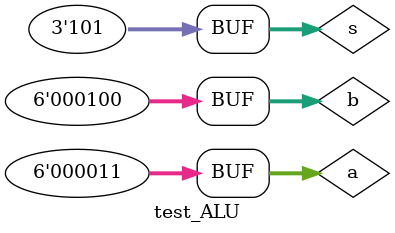
<source format=v>
`timescale 1ns / 1ps


module test_ALU(

    );
    reg [5:0] a,b;
    reg [2:0] s;
    wire [5:0] y;
    wire [2:0] f;
    ALU alu( .a(a), .b(b), .s(s), .y(y), .f(f));
    initial
        begin
            a = 6'b010_000;
            b = 6'b010_000;
            //signed overflow
            s = 3'b000;
            #10;
            //zero
            s = 3'b001;
            #10;
            s = 3'b010;
            #10;
            s = 3'b011;
            #10;
            s = 3'b100;
            #10;
            s = 3'b101;
            #10;
            a = 6'b000_011;
            b = 6'b000_100;
            //carry flag
            s = 3'b000;
            #10;
            //-1(111_111)
            s = 3'b001;
            #10;
            s = 3'b010;
            #10;
            s = 3'b011;
            #10;
            s = 3'b100;
            #10;
            s = 3'b101;
            #10;
        end
endmodule

</source>
